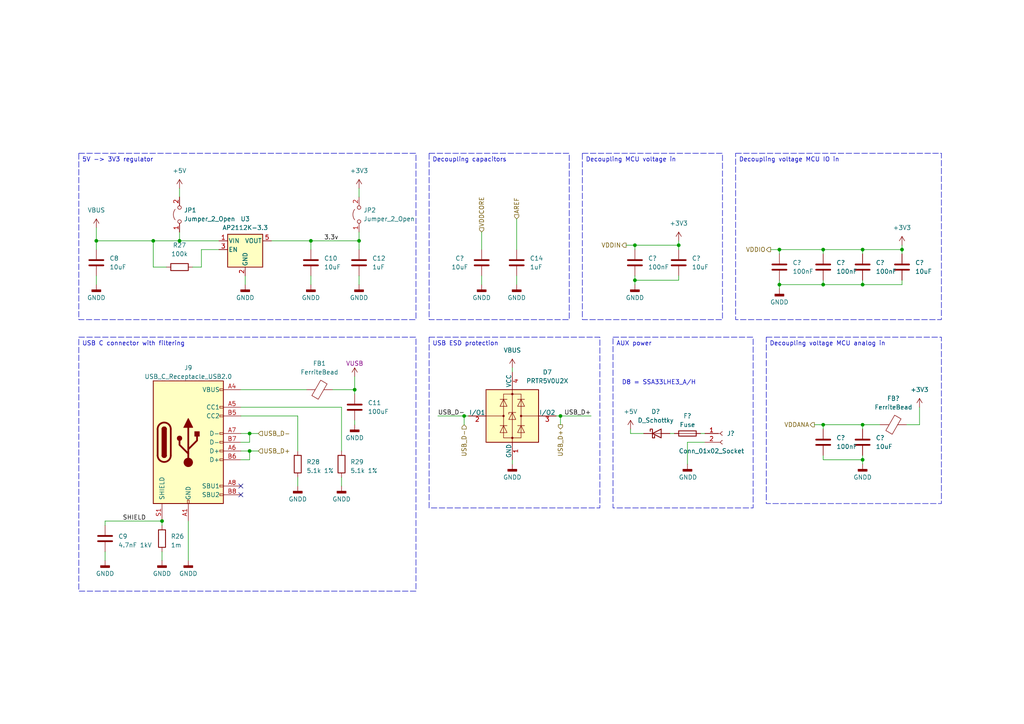
<source format=kicad_sch>
(kicad_sch (version 20230121) (generator eeschema)
  (paper "A4")
  (title_block (title "Led driver board BabySim") (date "23-09-2023") (rev "V1.0") (company "Health Concept Lab") (comment 1 "Author(s): Emiel Visser & Joris Bol"))
  (lib_symbols
    (symbol "Connector:Conn_01x02_Socket" (pin_names (offset 1.016) hide)
      (property "Reference" "J" (at 0 2.54 0))
      (property "Value" "Conn_01x02_Socket" (at 0 -5.08 0))
      (symbol "Conn_01x02_Socket_1_1"
        (arc (start 0 -2.032) (mid -0.5058 -2.54) (end 0 -3.048) (stroke (width 0.1524)))
        (polyline (pts (xy -1.27 -2.54) (xy -0.508 -2.54)) (stroke (width 0.1524)))
        (polyline (pts (xy -1.27 0) (xy -0.508 0)) (stroke (width 0.1524)))
        (arc (start 0 0.508) (mid -0.5058 0) (end 0 -0.508) (stroke (width 0.1524)))
        (pin passive line (at -5.08 0 0) (length 3.81) (name "Pin_1") (number "1"))
        (pin passive line (at -5.08 -2.54 0) (length 3.81) (name "Pin_2") (number "2"))
      )
    )
    (symbol "Connector:USB_C_Receptacle_USB2.0" (pin_names (offset 1.016))
      (property "Reference" "J" (at -10.16 19.05 0))
      (property "Value" "USB_C_Receptacle_USB2.0" (at 19.05 19.05 0))
      (symbol "USB_C_Receptacle_USB2.0_0_0"
        (rectangle (start -0.254 -17.78) (end 0.254 -16.764))
        (rectangle (start 10.16 -14.986) (end 9.144 -15.494))
        (rectangle (start 10.16 -12.446) (end 9.144 -12.954))
        (rectangle (start 10.16 -4.826) (end 9.144 -5.334))
        (rectangle (start 10.16 -2.286) (end 9.144 -2.794))
        (rectangle (start 10.16 0.254) (end 9.144 -0.254))
        (rectangle (start 10.16 2.794) (end 9.144 2.286))
        (rectangle (start 10.16 7.874) (end 9.144 7.366))
        (rectangle (start 10.16 10.414) (end 9.144 9.906))
        (rectangle (start 10.16 15.494) (end 9.144 14.986))
      )
      (symbol "USB_C_Receptacle_USB2.0_0_1"
        (rectangle (start -10.16 17.78) (end 10.16 -17.78) (stroke (width 0.254)) (fill (type background)))
        (arc (start -8.89 -3.81) (mid -6.985 -5.7067) (end -5.08 -3.81) (stroke (width 0.508)))
        (arc (start -7.62 -3.81) (mid -6.985 -4.4423) (end -6.35 -3.81) (stroke (width 0.254)))
        (arc (start -7.62 -3.81) (mid -6.985 -4.4423) (end -6.35 -3.81) (stroke (width 0.254)) (fill (type outline)))
        (rectangle (start -7.62 -3.81) (end -6.35 3.81) (stroke (width 0.254)) (fill (type outline)))
        (arc (start -6.35 3.81) (mid -6.985 4.4423) (end -7.62 3.81) (stroke (width 0.254)))
        (arc (start -6.35 3.81) (mid -6.985 4.4423) (end -7.62 3.81) (stroke (width 0.254)) (fill (type outline)))
        (arc (start -5.08 3.81) (mid -6.985 5.7067) (end -8.89 3.81) (stroke (width 0.508)))
        (circle (center -2.54 1.143) (radius 0.635) (stroke (width 0.254)) (fill (type outline)))
        (circle (center 0 -5.842) (radius 1.27) (fill (type outline)))
        (polyline (pts (xy -8.89 -3.81) (xy -8.89 3.81)) (stroke (width 0.508)))
        (polyline (pts (xy -5.08 3.81) (xy -5.08 -3.81)) (stroke (width 0.508)))
        (polyline (pts (xy 0 -5.842) (xy 0 4.318)) (stroke (width 0.508)))
        (polyline (pts (xy 0 -3.302) (xy -2.54 -0.762) (xy -2.54 0.508)) (stroke (width 0.508)))
        (polyline (pts (xy 0 -2.032) (xy 2.54 0.508) (xy 2.54 1.778)) (stroke (width 0.508)))
        (polyline (pts (xy -1.27 4.318) (xy 0 6.858) (xy 1.27 4.318) (xy -1.27 4.318)) (stroke (width 0.254)) (fill (type outline)))
        (rectangle (start 1.905 1.778) (end 3.175 3.048) (stroke (width 0.254)) (fill (type outline)))
      )
      (symbol "USB_C_Receptacle_USB2.0_1_1"
        (pin passive line (at 0 -22.86 90) (length 5.08) (name "GND") (number "A1"))
        (pin passive line (at 0 -22.86 90) (length 5.08) hide (name "GND") (number "A12"))
        (pin passive line (at 15.24 15.24 180) (length 5.08) (name "VBUS") (number "A4"))
        (pin bidirectional line (at 15.24 10.16 180) (length 5.08) (name "CC1") (number "A5"))
        (pin bidirectional line (at 15.24 -2.54 180) (length 5.08) (name "D+") (number "A6"))
        (pin bidirectional line (at 15.24 2.54 180) (length 5.08) (name "D-") (number "A7"))
        (pin bidirectional line (at 15.24 -12.7 180) (length 5.08) (name "SBU1") (number "A8"))
        (pin passive line (at 15.24 15.24 180) (length 5.08) hide (name "VBUS") (number "A9"))
        (pin passive line (at 0 -22.86 90) (length 5.08) hide (name "GND") (number "B1"))
        (pin passive line (at 0 -22.86 90) (length 5.08) hide (name "GND") (number "B12"))
        (pin passive line (at 15.24 15.24 180) (length 5.08) hide (name "VBUS") (number "B4"))
        (pin bidirectional line (at 15.24 7.62 180) (length 5.08) (name "CC2") (number "B5"))
        (pin bidirectional line (at 15.24 -5.08 180) (length 5.08) (name "D+") (number "B6"))
        (pin bidirectional line (at 15.24 0 180) (length 5.08) (name "D-") (number "B7"))
        (pin bidirectional line (at 15.24 -15.24 180) (length 5.08) (name "SBU2") (number "B8"))
        (pin passive line (at 15.24 15.24 180) (length 5.08) hide (name "VBUS") (number "B9"))
        (pin passive line (at -7.62 -22.86 90) (length 5.08) (name "SHIELD") (number "S1"))
      )
    )
    (symbol "Device:C" (pin_numbers hide) (pin_names (offset 0.254))
      (property "Reference" "C" (at 0.635 2.54 0))
      (property "Value" "C" (at 0.635 -2.54 0))
      (symbol "C_0_1"
        (polyline (pts (xy -2.032 -0.762) (xy 2.032 -0.762)) (stroke (width 0.508)))
        (polyline (pts (xy -2.032 0.762) (xy 2.032 0.762)) (stroke (width 0.508)))
      )
      (symbol "C_1_1"
        (pin passive line (at 0 3.81 270) (length 2.794) (name "~") (number "1"))
        (pin passive line (at 0 -3.81 90) (length 2.794) (name "~") (number "2"))
      )
    )
    (symbol "Device:D_Schottky" (pin_numbers hide) (pin_names (offset 1.016) hide)
      (property "Reference" "D" (at 0 2.54 0))
      (property "Value" "D_Schottky" (at 0 -2.54 0))
      (symbol "D_Schottky_0_1"
        (polyline (pts (xy 1.27 0) (xy -1.27 0)))
        (polyline (pts (xy 1.27 1.27) (xy 1.27 -1.27) (xy -1.27 0) (xy 1.27 1.27)) (stroke (width 0.254)))
        (polyline (pts (xy -1.905 0.635) (xy -1.905 1.27) (xy -1.27 1.27) (xy -1.27 -1.27) (xy -0.635 -1.27) (xy -0.635 -0.635)) (stroke (width 0.254)))
      )
      (symbol "D_Schottky_1_1"
        (pin passive line (at -3.81 0 0) (length 2.54) (name "K") (number "1"))
        (pin passive line (at 3.81 0 180) (length 2.54) (name "A") (number "2"))
      )
    )
    (symbol "Device:FerriteBead" (pin_numbers hide) (pin_names (offset 0))
      (property "Reference" "FB" (at -3.81 0.635 90))
      (property "Value" "FerriteBead" (at 3.81 0 90))
      (symbol "FerriteBead_0_1"
        (polyline (pts (xy 0 -1.27) (xy 0 -1.2192)))
        (polyline (pts (xy 0 1.27) (xy 0 1.2954)))
        (polyline (pts (xy -2.7686 0.4064) (xy -1.7018 2.2606) (xy 2.7686 -0.3048) (xy 1.6764 -2.159) (xy -2.7686 0.4064)))
      )
      (symbol "FerriteBead_1_1"
        (pin passive line (at 0 3.81 270) (length 2.54) (name "~") (number "1"))
        (pin passive line (at 0 -3.81 90) (length 2.54) (name "~") (number "2"))
      )
    )
    (symbol "Device:Fuse" (pin_numbers hide) (pin_names (offset 0))
      (property "Reference" "F" (at 2.032 0 90))
      (property "Value" "Fuse" (at -1.905 0 90))
      (symbol "Fuse_0_1"
        (rectangle (start -0.762 -2.54) (end 0.762 2.54) (stroke (width 0.254)))
        (polyline (pts (xy 0 2.54) (xy 0 -2.54)))
      )
      (symbol "Fuse_1_1"
        (pin passive line (at 0 3.81 270) (length 1.27) (name "~") (number "1"))
        (pin passive line (at 0 -3.81 90) (length 1.27) (name "~") (number "2"))
      )
    )
    (symbol "Device:R" (pin_numbers hide) (pin_names (offset 0))
      (property "Reference" "R" (at 2.032 0 90))
      (property "Value" "R" (at 0 0 90))
      (symbol "R_0_1"
        (rectangle (start -1.016 -2.54) (end 1.016 2.54) (stroke (width 0.254)))
      )
      (symbol "R_1_1"
        (pin passive line (at 0 3.81 270) (length 1.27) (name "~") (number "1"))
        (pin passive line (at 0 -3.81 90) (length 1.27) (name "~") (number "2"))
      )
    )
    (symbol "Jumper:Jumper_2_Open" (pin_names (offset 0) hide)
      (property "Reference" "JP" (at 0 2.794 0))
      (property "Value" "Jumper_2_Open" (at 0 -2.286 0))
      (symbol "Jumper_2_Open_0_0"
        (circle (center -2.032 0) (radius 0.508))
        (circle (center 2.032 0) (radius 0.508))
      )
      (symbol "Jumper_2_Open_0_1"
        (arc (start 1.524 1.27) (mid 0 1.778) (end -1.524 1.27))
      )
      (symbol "Jumper_2_Open_1_1"
        (pin passive line (at -5.08 0 0) (length 2.54) (name "A") (number "1"))
        (pin passive line (at 5.08 0 180) (length 2.54) (name "B") (number "2"))
      )
    )
    (symbol "Power_Protection:PRTR5V0U2X" (pin_names (offset 0))
      (property "Reference" "D" (at 2.794 8.636 0))
      (property "Value" "PRTR5V0U2X" (at 8.128 -9.398 0))
      (symbol "PRTR5V0U2X_0_1"
        (rectangle (start -7.62 -7.62) (end 7.62 7.62) (stroke (width 0.254)) (fill (type background)))
        (circle (center -2.54 0) (radius 0.254) (fill (type outline)))
        (rectangle (start -2.54 6.35) (end 2.54 -6.35))
        (circle (center 0 -6.35) (radius 0.254) (fill (type outline)))
        (polyline (pts (xy -2.54 0) (xy -7.62 0)))
        (polyline (pts (xy -1.524 -2.794) (xy -3.556 -2.794)))
        (polyline (pts (xy -1.524 4.826) (xy -3.556 4.826)))
        (polyline (pts (xy 0 -7.62) (xy 0 7.62)))
        (polyline (pts (xy 1.524 -2.794) (xy 3.556 -2.794)))
        (polyline (pts (xy 1.524 4.826) (xy 3.556 4.826)))
        (polyline (pts (xy 2.54 0) (xy 7.62 0)))
        (polyline (pts (xy 1.016 1.016) (xy -1.016 1.016) (xy -1.016 0.508)))
        (polyline (pts (xy -3.556 -4.826) (xy -1.524 -4.826) (xy -2.54 -2.794) (xy -3.556 -4.826)))
        (polyline (pts (xy -3.556 2.794) (xy -1.524 2.794) (xy -2.54 4.826) (xy -3.556 2.794)))
        (polyline (pts (xy -1.016 -1.016) (xy 1.016 -1.016) (xy 0 1.016) (xy -1.016 -1.016)))
        (polyline (pts (xy 3.556 -4.826) (xy 1.524 -4.826) (xy 2.54 -2.794) (xy 3.556 -4.826)))
        (polyline (pts (xy 3.556 2.794) (xy 1.524 2.794) (xy 2.54 4.826) (xy 3.556 2.794)))
        (circle (center 0 6.35) (radius 0.254) (fill (type outline)))
        (circle (center 2.54 0) (radius 0.254) (fill (type outline)))
      )
      (symbol "PRTR5V0U2X_1_1"
        (pin passive line (at 0 -12.7 90) (length 5.08) (name "GND") (number "1"))
        (pin passive line (at -12.7 0 0) (length 5.08) (name "I/O1") (number "2"))
        (pin passive line (at 12.7 0 180) (length 5.08) (name "I/O2") (number "3"))
        (pin passive line (at 0 12.7 270) (length 5.08) (name "VCC") (number "4"))
      )
    )
    (symbol "Regulator_Linear:AP2112K-3.3" (pin_names (offset 0.254))
      (property "Reference" "U" (at -5.08 5.715 0))
      (property "Value" "AP2112K-3.3" (at 0 5.715 0))
      (symbol "AP2112K-3.3_0_1"
        (rectangle (start -5.08 4.445) (end 5.08 -5.08) (stroke (width 0.254)) (fill (type background)))
      )
      (symbol "AP2112K-3.3_1_1"
        (pin power_in line (at -7.62 2.54 0) (length 2.54) (name "VIN") (number "1"))
        (pin power_in line (at 0 -7.62 90) (length 2.54) (name "GND") (number "2"))
        (pin input line (at -7.62 0 0) (length 2.54) (name "EN") (number "3"))
        (pin no_connect line (at 5.08 0 180) (length 2.54) hide (name "NC") (number "4"))
        (pin power_out line (at 7.62 2.54 180) (length 2.54) (name "VOUT") (number "5"))
      )
    )
    (symbol "power:+3V3" (power) (pin_names (offset 0))
      (property "Value" "+3V3" (at 0 3.556 0))
      (symbol "+3V3_0_1"
        (polyline (pts (xy -0.762 1.27) (xy 0 2.54)))
        (polyline (pts (xy 0 0) (xy 0 2.54)))
        (polyline (pts (xy 0 2.54) (xy 0.762 1.27)))
      )
      (symbol "+3V3_1_1"
        (pin power_in line (at 0 0 90) (length 0) hide (name "+3V3") (number "1"))
      )
    )
    (symbol "power:+5V" (power) (pin_names (offset 0))
      (property "Value" "+5V" (at 0 3.556 0))
      (symbol "+5V_0_1"
        (polyline (pts (xy -0.762 1.27) (xy 0 2.54)))
        (polyline (pts (xy 0 0) (xy 0 2.54)))
        (polyline (pts (xy 0 2.54) (xy 0.762 1.27)))
      )
      (symbol "+5V_1_1"
        (pin power_in line (at 0 0 90) (length 0) hide (name "+5V") (number "1"))
      )
    )
    (symbol "power:GNDD" (power) (pin_names (offset 0))
      (property "Value" "GNDD" (at 0 -3.175 0))
      (symbol "GNDD_0_1"
        (rectangle (start -1.27 -1.524) (end 1.27 -2.032) (stroke (width 0.254)) (fill (type outline)))
        (polyline (pts (xy 0 0) (xy 0 -1.524)))
      )
      (symbol "GNDD_1_1"
        (pin power_in line (at 0 0 270) (length 0) hide (name "GNDD") (number "1"))
      )
    )
    (symbol "power:VBUS" (power) (pin_names (offset 0))
      (property "Value" "VBUS" (at 0 3.81 0))
      (symbol "VBUS_0_1"
        (polyline (pts (xy -0.762 1.27) (xy 0 2.54)))
        (polyline (pts (xy 0 0) (xy 0 2.54)))
        (polyline (pts (xy 0 2.54) (xy 0.762 1.27)))
      )
      (symbol "VBUS_1_1"
        (pin power_in line (at 0 0 90) (length 0) hide (name "VBUS") (number "1"))
      )
    )
  )
  (junction (at 250.19 123.19))
  (junction (at 226.06 72.39))
  (junction (at 90.17 69.85))
  (junction (at 261.62 72.39))
  (junction (at 238.76 123.19))
  (junction (at 52.07 69.85))
  (junction (at 250.19 72.39))
  (junction (at 250.19 133.35))
  (junction (at 44.45 69.85))
  (junction (at 250.19 82.55))
  (junction (at 134.62 120.65))
  (junction (at 162.56 120.65))
  (junction (at 238.76 82.55))
  (junction (at 196.85 71.12))
  (junction (at 46.99 151.13))
  (junction (at 184.15 81.28))
  (junction (at 102.87 113.03))
  (junction (at 184.15 71.12))
  (junction (at 72.39 130.81))
  (junction (at 238.76 72.39))
  (junction (at 104.14 69.85))
  (junction (at 27.94 69.85))
  (junction (at 72.39 125.73))
  (junction (at 226.06 82.55))
  (no_connect (at 69.85 143.51))
  (no_connect (at 69.85 140.97))
  (wire (pts (xy 52.07 54.61) (xy 52.07 57.15)))
  (wire (pts (xy 226.06 83.82) (xy 226.06 82.55)))
  (wire (pts (xy 182.88 124.46) (xy 182.88 125.73)))
  (wire (pts (xy 238.76 124.46) (xy 238.76 123.19)))
  (wire (pts (xy 194.31 125.73) (xy 195.58 125.73)))
  (wire (pts (xy 238.76 72.39) (xy 238.76 73.66)))
  (wire (pts (xy 238.76 81.28) (xy 238.76 82.55)))
  (wire (pts (xy 90.17 69.85) (xy 104.14 69.85)))
  (wire (pts (xy 184.15 81.28) (xy 184.15 82.55)))
  (wire (pts (xy 261.62 71.12) (xy 261.62 72.39)))
  (wire (pts (xy 72.39 130.81) (xy 74.93 130.81)))
  (wire (pts (xy 226.06 81.28) (xy 226.06 82.55)))
  (wire (pts (xy 69.85 125.73) (xy 72.39 125.73)))
  (wire (pts (xy 261.62 82.55) (xy 250.19 82.55)))
  (wire (pts (xy 161.29 120.65) (xy 162.56 120.65)))
  (wire (pts (xy 182.88 125.73) (xy 186.69 125.73)))
  (wire (pts (xy 54.61 151.13) (xy 54.61 162.56)))
  (wire (pts (xy 226.06 72.39) (xy 223.52 72.39)))
  (wire (pts (xy 148.59 106.68) (xy 148.59 107.95)))
  (wire (pts (xy 104.14 54.61) (xy 104.14 57.15)))
  (wire (pts (xy 250.19 72.39) (xy 261.62 72.39)))
  (wire (pts (xy 102.87 113.03) (xy 102.87 114.3)))
  (wire (pts (xy 250.19 133.35) (xy 250.19 132.08)))
  (wire (pts (xy 30.48 152.4) (xy 30.48 151.13)))
  (wire (pts (xy 52.07 69.85) (xy 63.5 69.85)))
  (wire (pts (xy 102.87 113.03) (xy 96.52 113.03)))
  (wire (pts (xy 88.9 113.03) (xy 69.85 113.03)))
  (wire (pts (xy 226.06 72.39) (xy 226.06 73.66)))
  (wire (pts (xy 27.94 80.01) (xy 27.94 82.55)))
  (wire (pts (xy 196.85 80.01) (xy 196.85 81.28)))
  (wire (pts (xy 162.56 120.65) (xy 171.45 120.65)))
  (wire (pts (xy 238.76 82.55) (xy 226.06 82.55)))
  (wire (pts (xy 261.62 73.66) (xy 261.62 72.39)))
  (wire (pts (xy 58.42 77.47) (xy 55.88 77.47)))
  (wire (pts (xy 58.42 72.39) (xy 58.42 77.47)))
  (wire (pts (xy 72.39 133.35) (xy 72.39 130.81)))
  (wire (pts (xy 30.48 160.02) (xy 30.48 162.56)))
  (wire (pts (xy 250.19 123.19) (xy 250.19 124.46)))
  (wire (pts (xy 104.14 80.01) (xy 104.14 82.55)))
  (wire (pts (xy 71.12 80.01) (xy 71.12 82.55)))
  (wire (pts (xy 69.85 118.11) (xy 99.06 118.11)))
  (wire (pts (xy 196.85 81.28) (xy 184.15 81.28)))
  (wire (pts (xy 86.36 120.65) (xy 69.85 120.65)))
  (wire (pts (xy 196.85 71.12) (xy 184.15 71.12)))
  (wire (pts (xy 99.06 138.43) (xy 99.06 140.97)))
  (wire (pts (xy 127 120.65) (xy 134.62 120.65)))
  (wire (pts (xy 203.2 125.73) (xy 204.47 125.73)))
  (wire (pts (xy 226.06 72.39) (xy 238.76 72.39)))
  (wire (pts (xy 104.14 69.85) (xy 104.14 72.39)))
  (wire (pts (xy 250.19 134.62) (xy 250.19 133.35)))
  (wire (pts (xy 250.19 81.28) (xy 250.19 82.55)))
  (wire (pts (xy 63.5 72.39) (xy 58.42 72.39)))
  (wire (pts (xy 90.17 80.01) (xy 90.17 82.55)))
  (wire (pts (xy 99.06 118.11) (xy 99.06 130.81)))
  (wire (pts (xy 52.07 67.31) (xy 52.07 69.85)))
  (wire (pts (xy 46.99 151.13) (xy 46.99 152.4)))
  (wire (pts (xy 261.62 81.28) (xy 261.62 82.55)))
  (wire (pts (xy 44.45 77.47) (xy 44.45 69.85)))
  (wire (pts (xy 196.85 72.39) (xy 196.85 71.12)))
  (wire (pts (xy 86.36 130.81) (xy 86.36 120.65)))
  (wire (pts (xy 78.74 69.85) (xy 90.17 69.85)))
  (wire (pts (xy 30.48 151.13) (xy 46.99 151.13)))
  (wire (pts (xy 149.86 63.5) (xy 149.86 72.39)))
  (wire (pts (xy 238.76 72.39) (xy 250.19 72.39)))
  (wire (pts (xy 27.94 66.04) (xy 27.94 69.85)))
  (wire (pts (xy 134.62 120.65) (xy 135.89 120.65)))
  (wire (pts (xy 238.76 132.08) (xy 238.76 133.35)))
  (wire (pts (xy 236.22 123.19) (xy 238.76 123.19)))
  (wire (pts (xy 69.85 133.35) (xy 72.39 133.35)))
  (wire (pts (xy 149.86 80.01) (xy 149.86 82.55)))
  (wire (pts (xy 196.85 69.85) (xy 196.85 71.12)))
  (wire (pts (xy 204.47 128.27) (xy 199.39 128.27)))
  (wire (pts (xy 69.85 128.27) (xy 72.39 128.27)))
  (wire (pts (xy 102.87 109.22) (xy 102.87 113.03)))
  (wire (pts (xy 250.19 72.39) (xy 250.19 73.66)))
  (wire (pts (xy 27.94 69.85) (xy 44.45 69.85)))
  (wire (pts (xy 46.99 160.02) (xy 46.99 162.56)))
  (wire (pts (xy 148.59 133.35) (xy 148.59 134.62)))
  (wire (pts (xy 44.45 77.47) (xy 48.26 77.47)))
  (wire (pts (xy 184.15 80.01) (xy 184.15 81.28)))
  (wire (pts (xy 266.7 123.19) (xy 266.7 118.11)))
  (wire (pts (xy 86.36 138.43) (xy 86.36 140.97)))
  (wire (pts (xy 72.39 128.27) (xy 72.39 125.73)))
  (wire (pts (xy 262.89 123.19) (xy 266.7 123.19)))
  (wire (pts (xy 27.94 72.39) (xy 27.94 69.85)))
  (wire (pts (xy 139.7 80.01) (xy 139.7 82.55)))
  (wire (pts (xy 102.87 121.92) (xy 102.87 123.19)))
  (wire (pts (xy 184.15 71.12) (xy 184.15 72.39)))
  (wire (pts (xy 238.76 133.35) (xy 250.19 133.35)))
  (wire (pts (xy 238.76 123.19) (xy 250.19 123.19)))
  (wire (pts (xy 69.85 130.81) (xy 72.39 130.81)))
  (wire (pts (xy 104.14 67.31) (xy 104.14 69.85)))
  (wire (pts (xy 134.62 120.65) (xy 134.62 123.19)))
  (wire (pts (xy 139.7 67.31) (xy 139.7 72.39)))
  (wire (pts (xy 44.45 69.85) (xy 52.07 69.85)))
  (wire (pts (xy 238.76 82.55) (xy 250.19 82.55)))
  (wire (pts (xy 181.61 71.12) (xy 184.15 71.12)))
  (wire (pts (xy 255.27 123.19) (xy 250.19 123.19)))
  (wire (pts (xy 199.39 128.27) (xy 199.39 134.62)))
  (wire (pts (xy 72.39 125.73) (xy 74.93 125.73)))
  (wire (pts (xy 162.56 120.65) (xy 162.56 123.19)))
  (wire (pts (xy 90.17 72.39) (xy 90.17 69.85)))
  (text_box "AUX power" (at 177.8 97.79 0) (size 40.64 49.53) (stroke (width 0) (type dash)) (effects (font (size 1.27 1.27)) (justify left top)))
  (text_box "Decoupling voltage MCU analog in" (at 222.25 97.79 0) (size 50.8 48.26) (stroke (width 0) (type dash)) (effects (font (size 1.27 1.27)) (justify left top)))
  (text_box "5V -> 3V3 regulator" (at 22.86 44.45 0) (size 97.79 48.26) (stroke (width 0) (type dash)) (effects (font (size 1.27 1.27)) (justify left top)))
  (text_box "Decoupling MCU voltage in" (at 168.91 44.45 0) (size 40.64 48.26) (stroke (width 0) (type dash)) (effects (font (size 1.27 1.27)) (justify left top)))
  (text_box "USB ESD protection" (at 124.46 97.79 0) (size 49.53 49.53) (stroke (width 0) (type dash)) (effects (font (size 1.27 1.27)) (justify left top)))
  (text_box "Decoupling capacitors" (at 124.46 44.45 0) (size 40.64 48.26) (stroke (width 0) (type dash)) (effects (font (size 1.27 1.27)) (justify left top)))
  (text_box "USB C connector with filtering" (at 22.86 97.79 0) (size 97.79 73.66) (stroke (width 0) (type dash)) (effects (font (size 1.27 1.27)) (justify left top)))
  (text_box "Decoupling voltage MCU IO in" (at 213.36 44.45 0) (size 59.69 48.26) (stroke (width 0) (type dash)) (effects (font (size 1.27 1.27)) (justify left top)))
  (text "D8 = SSA33LHE3_A/H \n" (at 180.34 111.76 0) (effects (font (size 1.27 1.27)) (justify left bottom)))
  (label "USB_D+" (at 171.45 120.65 180))
  (label "USB_D-" (at 127 120.65 0))
  (label "3.3v" (at 93.98 69.85 0))
  (label "SHIELD" (at 35.56 151.13 0))
  (hierarchical_label "VDDANA" (shape output) (at 236.22 123.19 180))
  (hierarchical_label "AREF" (shape input) (at 149.86 63.5 90))
  (hierarchical_label "USB_D+" (shape input) (at 74.93 130.81 0))
  (hierarchical_label "USB_D+" (shape output) (at 162.56 123.19 270))
  (hierarchical_label "VDDIO" (shape output) (at 223.52 72.39 180))
  (hierarchical_label "USB_D-" (shape input) (at 134.62 123.19 270))
  (hierarchical_label "VDDCORE" (shape input) (at 139.7 67.31 90))
  (hierarchical_label "VDDIN" (shape output) (at 181.61 71.12 180))
  (hierarchical_label "USB_D-" (shape input) (at 74.93 125.73 0))
  (symbol (lib_id "Jumper:Jumper_2_Open") (at 52.07 62.23 90) (unit 1)
    (property "Reference" "JP1" (at 53.34 60.96 90) (effects (justify right)))
    (property "Value" "Jumper_2_Open" (at 53.34 63.5 90) (effects (justify right)))
    (property "Footprint" "Jumper:SolderJumper-2_P1.3mm_Open_RoundedPad1.0x1.5mm" (effects hide))
  )
  (symbol (lib_id "Device:C") (at 238.76 128.27 0) (unit 1)
    (property "Reference" "C?" (at 242.57 127 0) (effects (justify left)))
    (property "Value" "100nF" (at 242.57 129.54 0) (effects (justify left)))
    (property "Footprint" "Capacitor_SMD:C_0603_1608Metric_Pad1.08x0.95mm_HandSolder" (effects hide))
    (instances (project "LedDriverBoard_V2" (path "" (reference "C?") (unit 1)) (path "" (reference "C19") (unit 1))))
  )
  (symbol (lib_id "Device:C") (at 261.62 77.47 0) (unit 1)
    (property "Reference" "C?" (at 265.43 76.2 0) (effects (justify left)))
    (property "Value" "10uF" (at 265.43 78.74 0) (effects (justify left)))
    (property "Footprint" "Capacitor_SMD:C_0603_1608Metric_Pad1.08x0.95mm_HandSolder" (effects hide))
    (instances (project "LedDriverBoard_V2" (path "" (reference "C?") (unit 1)) (path "" (reference "C22") (unit 1))))
  )
  (symbol (lib_id "Power_Protection:PRTR5V0U2X") (at 148.59 120.65 0) (unit 1)
    (property "Reference" "D7" (at 158.75 107.95 0))
    (property "Value" "PRTR5V0U2X" (at 158.75 110.49 0))
    (property "Footprint" "Package_TO_SOT_SMD:SOT-143" (effects hide))
    (property "Datasheet" "https://assets.nexperia.com/documents/data-sheet/PRTR5V0U2X.pdf" (effects hide))
    (instances (project "LedDriverBoard_V2" (path "" (reference "D7") (unit 1))) (project "Useless box - Limosaeufer" (path "" (reference "D?") (unit 1))))
  )
  (symbol (lib_id "Regulator_Linear:AP2112K-3.3") (at 71.12 72.39 0) (unit 1)
    (property "Reference" "U3" (at 71.12 63.5 0))
    (property "Value" "AP2112K-3.3" (at 71.12 66.04 0))
    (property "Footprint" "Package_TO_SOT_SMD:SOT-23-5" (effects hide))
    (property "Datasheet" "https://www.diodes.com/assets/Datasheets/AP2112.pdf" (effects hide))
  )
  (symbol (lib_id "Device:C") (at 196.85 76.2 0) (unit 1)
    (property "Reference" "C?" (at 200.66 74.93 0) (effects (justify left)))
    (property "Value" "10uF" (at 200.66 77.47 0) (effects (justify left)))
    (property "Footprint" "Capacitor_SMD:C_0603_1608Metric_Pad1.08x0.95mm_HandSolder" (effects hide))
    (instances (project "LedDriverBoard_V2" (path "" (reference "C?") (unit 1)) (path "" (reference "C16") (unit 1))))
  )
  (symbol (lib_id "power:GNDD") (at 226.06 83.82 0) (unit 1)
    (property "Reference" "#PWR?" (effects hide))
    (property "Value" "GNDD" (at 226.06 87.63 0))
    (instances (project "LedDriverBoard_V2" (path "" (reference "#PWR?") (unit 1)) (path "" (reference "#PWR078") (unit 1))))
  )
  (symbol (lib_id "power:GNDD") (at 71.12 82.55 0) (unit 1)
    (property "Reference" "#PWR062" (effects hide))
    (property "Value" "GNDD" (at 71.12 86.36 0))
  )
  (symbol (lib_id "power:VBUS") (at 102.87 109.22 0) (unit 1)
    (property "Reference" "#PWR066" (effects hide))
    (property "Value" "VBUS" (effects hide))
    (property "refVal" "VUSB" (at 102.87 105.41 0))
    (instances (project "LedDriverBoard_V2" (path "" (reference "#PWR066") (unit 1))) (project "Useless box - Limosaeufer" (path "" (reference "#PWR028") (unit 1))))
  )
  (symbol (lib_id "power:GNDD") (at 102.87 123.19 0) (unit 1)
    (property "Reference" "#PWR067" (effects hide))
    (property "Value" "GNDD" (at 102.87 127 0))
  )
  (symbol (lib_id "Device:R") (at 86.36 134.62 0) (unit 1)
    (property "Reference" "R28" (at 88.9 133.985 0) (effects (justify left)))
    (property "Value" "5.1k 1%" (at 88.9 136.525 0) (effects (justify left)))
    (property "Footprint" "Resistor_SMD:R_0603_1608Metric_Pad0.98x0.95mm_HandSolder" (effects hide))
    (instances (project "LedDriverBoard_V2" (path "" (reference "R28") (unit 1))) (project "Useless box - Limosaeufer" (path "" (reference "R8") (unit 1))))
  )
  (symbol (lib_id "power:GNDD") (at 46.99 162.56 0) (unit 1)
    (property "Reference" "#PWR059" (effects hide))
    (property "Value" "GNDD" (at 46.99 166.37 0))
  )
  (symbol (lib_id "power:GNDD") (at 148.59 134.62 0) (unit 1)
    (property "Reference" "#PWR072" (effects hide))
    (property "Value" "GNDD" (at 148.59 138.43 0))
  )
  (symbol (lib_id "power:VBUS") (at 27.94 66.04 0) (unit 1)
    (property "Reference" "#PWR056" (effects hide))
    (property "Value" "VBUS" (at 27.94 60.96 0))
  )
  (symbol (lib_id "Device:Fuse") (at 199.39 125.73 90) (mirror x) (unit 1)
    (property "Reference" "F?" (at 199.39 120.65 90))
    (property "Value" "Fuse" (at 199.39 123.19 90))
    (property "Footprint" "SamacSys_Parts:0031.7701.11" (effects hide))
    (instances (project "LedDriverBoard_V2" (path "" (reference "F?") (unit 1)) (path "" (reference "F9") (unit 1))))
  )
  (symbol (lib_id "Device:C") (at 250.19 77.47 0) (unit 1)
    (property "Reference" "C?" (at 254 76.2 0) (effects (justify left)))
    (property "Value" "100nF" (at 254 78.74 0) (effects (justify left)))
    (property "Footprint" "Capacitor_SMD:C_0603_1608Metric_Pad1.08x0.95mm_HandSolder" (effects hide))
    (instances (project "LedDriverBoard_V2" (path "" (reference "C?") (unit 1)) (path "" (reference "C20") (unit 1))))
  )
  (symbol (lib_id "power:GNDD") (at 139.7 82.55 0) (unit 1)
    (property "Reference" "#PWR?" (effects hide))
    (property "Value" "GNDD" (at 139.7 86.36 0))
    (instances (project "LedDriverBoard_V2" (path "" (reference "#PWR?") (unit 1)) (path "" (reference "#PWR070") (unit 1))))
  )
  (symbol (lib_id "Device:C") (at 149.86 76.2 0) (unit 1)
    (property "Reference" "C14" (at 153.67 74.93 0) (effects (justify left)))
    (property "Value" "1uF" (at 153.67 77.47 0) (effects (justify left)))
    (property "Footprint" "Capacitor_SMD:C_0603_1608Metric_Pad1.08x0.95mm_HandSolder" (effects hide))
  )
  (symbol (lib_id "Device:R") (at 52.07 77.47 90) (unit 1)
    (property "Reference" "R27" (at 52.07 71.12 90))
    (property "Value" "100k" (at 52.07 73.66 90))
    (property "Footprint" "Resistor_SMD:R_0603_1608Metric_Pad0.98x0.95mm_HandSolder" (effects hide))
  )
  (symbol (lib_id "power:GNDD") (at 27.94 82.55 0) (unit 1)
    (property "Reference" "#PWR057" (effects hide))
    (property "Value" "GNDD" (at 27.94 86.36 0))
  )
  (symbol (lib_id "Device:C") (at 90.17 76.2 0) (unit 1)
    (property "Reference" "C10" (at 93.98 74.93 0) (effects (justify left)))
    (property "Value" "10uF" (at 93.98 77.47 0) (effects (justify left)))
    (property "Footprint" "Capacitor_SMD:C_1206_3216Metric_Pad1.33x1.80mm_HandSolder" (effects hide))
  )
  (symbol (lib_id "power:+3V3") (at 196.85 69.85 0) (unit 1)
    (property "Reference" "#PWR?" (effects hide))
    (property "Value" "+3V3" (at 196.85 64.77 0))
    (instances (project "LedDriverBoard_V2" (path "" (reference "#PWR?") (unit 1)) (path "" (reference "#PWR076") (unit 1))))
  )
  (symbol (lib_id "Device:C") (at 238.76 77.47 0) (unit 1)
    (property "Reference" "C?" (at 242.57 76.2 0) (effects (justify left)))
    (property "Value" "100nF" (at 242.57 78.74 0) (effects (justify left)))
    (property "Footprint" "Capacitor_SMD:C_0603_1608Metric_Pad1.08x0.95mm_HandSolder" (effects hide))
    (instances (project "LedDriverBoard_V2" (path "" (reference "C?") (unit 1)) (path "" (reference "C18") (unit 1))))
  )
  (symbol (lib_id "Device:C") (at 30.48 156.21 0) (unit 1)
    (property "Reference" "C9" (at 34.29 155.575 0) (effects (justify left)))
    (property "Value" "4.7nF 1kV" (at 34.29 158.115 0) (effects (justify left)))
    (property "Footprint" "Capacitor_SMD:C_0805_2012Metric_Pad1.18x1.45mm_HandSolder" (effects hide))
    (instances (project "LedDriverBoard_V2" (path "" (reference "C9") (unit 1))) (project "Useless box - Limosaeufer" (path "" (reference "C12") (unit 1))))
  )
  (symbol (lib_id "power:GNDD") (at 199.39 134.62 0) (unit 1)
    (property "Reference" "#PWR?" (effects hide))
    (property "Value" "GNDD" (at 196.85 138.43 0) (effects (justify left)))
    (instances (project "LedDriverBoard_V2" (path "" (reference "#PWR?") (unit 1)) (path "" (reference "#PWR077") (unit 1))))
  )
  (symbol (lib_id "Device:FerriteBead") (at 92.71 113.03 90) (unit 1)
    (property "Reference" "FB1" (at 92.6592 105.41 90))
    (property "Value" "FerriteBead" (at 92.6592 107.95 90))
    (property "Footprint" "Inductor_SMD:L_0805_2012Metric_Pad1.15x1.40mm_HandSolder" (effects hide))
  )
  (symbol (lib_id "power:GNDD") (at 149.86 82.55 0) (unit 1)
    (property "Reference" "#PWR073" (effects hide))
    (property "Value" "GNDD" (at 149.86 86.36 0))
  )
  (symbol (lib_id "Device:FerriteBead") (at 259.08 123.19 270) (unit 1)
    (property "Reference" "FB?" (at 259.1308 115.57 90))
    (property "Value" "FerriteBead" (at 259.1308 118.11 90))
    (property "Footprint" "Inductor_SMD:L_0805_2012Metric_Pad1.15x1.40mm_HandSolder" (effects hide))
    (instances (project "LedDriverBoard_V2" (path "" (reference "FB?") (unit 1)) (path "" (reference "FB2") (unit 1))))
  )
  (symbol (lib_id "power:+5V") (at 182.88 124.46 0) (unit 1)
    (property "Reference" "#PWR?" (effects hide))
    (property "Value" "+5V" (at 182.88 119.38 0))
    (instances (project "LedDriverBoard_V2" (path "" (reference "#PWR?") (unit 1)) (path "" (reference "#PWR074") (unit 1))))
  )
  (symbol (lib_id "power:GNDD") (at 99.06 140.97 0) (unit 1)
    (property "Reference" "#PWR065" (effects hide))
    (property "Value" "GNDD" (at 99.06 144.78 0))
  )
  (symbol (lib_id "power:GNDD") (at 184.15 82.55 0) (unit 1)
    (property "Reference" "#PWR?" (effects hide))
    (property "Value" "GNDD" (at 184.15 86.36 0))
    (instances (project "LedDriverBoard_V2" (path "" (reference "#PWR?") (unit 1)) (path "" (reference "#PWR075") (unit 1))))
  )
  (symbol (lib_id "Jumper:Jumper_2_Open") (at 104.14 62.23 90) (unit 1)
    (property "Reference" "JP2" (at 105.41 60.96 90) (effects (justify right)))
    (property "Value" "Jumper_2_Open" (at 105.41 63.5 90) (effects (justify right)))
    (property "Footprint" "Jumper:SolderJumper-2_P1.3mm_Open_RoundedPad1.0x1.5mm" (effects hide))
  )
  (symbol (lib_id "Device:C") (at 102.87 118.11 0) (unit 1)
    (property "Reference" "C11" (at 106.68 116.84 0) (effects (justify left)))
    (property "Value" "100uF" (at 106.68 119.38 0) (effects (justify left)))
    (property "Footprint" "Capacitor_SMD:C_0805_2012Metric_Pad1.18x1.45mm_HandSolder" (effects hide))
  )
  (symbol (lib_id "power:VBUS") (at 148.59 106.68 0) (unit 1)
    (property "Reference" "#PWR071" (effects hide))
    (property "Value" "VBUS" (at 148.59 101.6 0))
  )
  (symbol (lib_id "power:+5V") (at 52.07 54.61 0) (unit 1)
    (property "Reference" "#PWR060" (effects hide))
    (property "Value" "+5V" (at 52.07 49.53 0))
  )
  (symbol (lib_id "power:GNDD") (at 86.36 140.97 0) (unit 1)
    (property "Reference" "#PWR063" (effects hide))
    (property "Value" "GNDD" (at 86.36 144.78 0))
  )
  (symbol (lib_id "Connector:Conn_01x02_Socket") (at 209.55 125.73 0) (unit 1)
    (property "Reference" "J?" (at 210.82 125.73 0) (effects (justify left)))
    (property "Value" "Conn_01x02_Socket" (at 196.85 130.81 0) (effects (justify left)))
    (property "Footprint" "TerminalBlock_Phoenix:TerminalBlock_Phoenix_PT-1,5-2-3.5-H_1x02_P3.50mm_Horizontal" (effects hide))
    (instances (project "LedDriverBoard_V2" (path "" (reference "J?") (unit 1)) (path "" (reference "J10") (unit 1))))
  )
  (symbol (lib_id "Connector:USB_C_Receptacle_USB2.0") (at 54.61 128.27 0) (unit 1)
    (property "Reference" "J9" (at 54.61 106.68 0))
    (property "Value" "USB_C_Receptacle_USB2.0" (at 54.61 109.22 0))
    (property "Footprint" "Connector_USB:USB_C_Receptacle_HRO_TYPE-C-31-M-12" (effects hide))
    (property "Datasheet" "https://www.usb.org/sites/default/files/documents/usb_type-c.zip" (effects hide))
    (instances (project "LedDriverBoard_V2" (path "" (reference "J9") (unit 1))) (project "Useless box - Limosaeufer" (path "" (reference "J6") (unit 1))))
  )
  (symbol (lib_id "power:GNDD") (at 104.14 82.55 0) (unit 1)
    (property "Reference" "#PWR069" (effects hide))
    (property "Value" "GNDD" (at 104.14 86.36 0))
  )
  (symbol (lib_id "power:GNDD") (at 30.48 162.56 0) (unit 1)
    (property "Reference" "#PWR058" (effects hide))
    (property "Value" "GNDD" (at 30.48 166.37 0))
  )
  (symbol (lib_id "power:+3V3") (at 104.14 54.61 0) (unit 1)
    (property "Reference" "#PWR068" (effects hide))
    (property "Value" "+3V3" (at 104.14 49.53 0))
  )
  (symbol (lib_id "Device:C") (at 226.06 77.47 0) (unit 1)
    (property "Reference" "C?" (at 229.87 76.2 0) (effects (justify left)))
    (property "Value" "100nF" (at 229.87 78.74 0) (effects (justify left)))
    (property "Footprint" "Capacitor_SMD:C_0603_1608Metric_Pad1.08x0.95mm_HandSolder" (effects hide))
    (instances (project "LedDriverBoard_V2" (path "" (reference "C?") (unit 1)) (path "" (reference "C17") (unit 1))))
  )
  (symbol (lib_id "Device:D_Schottky") (at 190.5 125.73 0) (unit 1)
    (property "Reference" "D?" (at 190.1825 119.38 0))
    (property "Value" "D_Schottky" (at 190.1825 121.92 0))
    (property "Footprint" "SamacSys_Parts:DIOM5127X229N" (effects hide))
    (instances (project "LedDriverBoard_V2" (path "" (reference "D?") (unit 1)) (path "" (reference "D8") (unit 1))))
  )
  (symbol (lib_id "power:+3V3") (at 266.7 118.11 0) (unit 1)
    (property "Reference" "#PWR?" (effects hide))
    (property "Value" "+3V3" (at 266.7 113.03 0))
    (instances (project "LedDriverBoard_V2" (path "" (reference "#PWR?") (unit 1)) (path "" (reference "#PWR081") (unit 1))))
  )
  (symbol (lib_id "Device:C") (at 104.14 76.2 0) (unit 1)
    (property "Reference" "C12" (at 107.95 74.93 0) (effects (justify left)))
    (property "Value" "1uF" (at 107.95 77.47 0) (effects (justify left)))
    (property "Footprint" "Capacitor_SMD:C_1206_3216Metric_Pad1.33x1.80mm_HandSolder" (effects hide))
  )
  (symbol (lib_id "Device:R") (at 99.06 134.62 0) (unit 1)
    (property "Reference" "R29" (at 101.6 133.985 0) (effects (justify left)))
    (property "Value" "5.1k 1%" (at 101.6 136.525 0) (effects (justify left)))
    (property "Footprint" "Resistor_SMD:R_0603_1608Metric_Pad0.98x0.95mm_HandSolder" (effects hide))
    (instances (project "LedDriverBoard_V2" (path "" (reference "R29") (unit 1))) (project "Useless box - Limosaeufer" (path "" (reference "R9") (unit 1))))
  )
  (symbol (lib_id "power:GNDD") (at 250.19 134.62 0) (unit 1)
    (property "Reference" "#PWR?" (effects hide))
    (property "Value" "GNDD" (at 250.19 138.43 0))
    (instances (project "LedDriverBoard_V2" (path "" (reference "#PWR?") (unit 1)) (path "" (reference "#PWR079") (unit 1))))
  )
  (symbol (lib_id "power:+3V3") (at 261.62 71.12 0) (unit 1)
    (property "Reference" "#PWR?" (effects hide))
    (property "Value" "+3V3" (at 261.62 66.04 0))
    (instances (project "LedDriverBoard_V2" (path "" (reference "#PWR?") (unit 1)) (path "" (reference "#PWR080") (unit 1))))
  )
  (symbol (lib_id "power:GNDD") (at 54.61 162.56 0) (unit 1)
    (property "Reference" "#PWR061" (effects hide))
    (property "Value" "GNDD" (at 54.61 166.37 0))
  )
  (symbol (lib_id "Device:C") (at 184.15 76.2 0) (unit 1)
    (property "Reference" "C?" (at 187.96 74.93 0) (effects (justify left)))
    (property "Value" "100nF" (at 187.96 77.47 0) (effects (justify left)))
    (property "Footprint" "Capacitor_SMD:C_0603_1608Metric_Pad1.08x0.95mm_HandSolder" (effects hide))
    (instances (project "LedDriverBoard_V2" (path "" (reference "C?") (unit 1)) (path "" (reference "C15") (unit 1))))
  )
  (symbol (lib_id "Device:C") (at 139.7 76.2 180) (unit 1)
    (property "Reference" "C?" (at 133.35 74.93 0))
    (property "Value" "10uF" (at 133.35 77.47 0))
    (property "Footprint" "Capacitor_SMD:C_0603_1608Metric_Pad1.08x0.95mm_HandSolder" (effects hide))
    (instances (project "LedDriverBoard_V2" (path "" (reference "C?") (unit 1)) (path "" (reference "C13") (unit 1))))
  )
  (symbol (lib_id "Device:C") (at 250.19 128.27 0) (unit 1)
    (property "Reference" "C?" (at 254 127 0) (effects (justify left)))
    (property "Value" "10uF" (at 254 129.54 0) (effects (justify left)))
    (property "Footprint" "Capacitor_SMD:C_0603_1608Metric_Pad1.08x0.95mm_HandSolder" (effects hide))
    (instances (project "LedDriverBoard_V2" (path "" (reference "C?") (unit 1)) (path "" (reference "C21") (unit 1))))
  )
  (symbol (lib_id "Device:C") (at 27.94 76.2 0) (unit 1)
    (property "Reference" "C8" (at 31.75 74.93 0) (effects (justify left)))
    (property "Value" "10uF" (at 31.75 77.47 0) (effects (justify left)))
    (property "Footprint" "Capacitor_SMD:C_1206_3216Metric_Pad1.33x1.80mm_HandSolder" (effects hide))
  )
  (symbol (lib_id "power:GNDD") (at 90.17 82.55 0) (unit 1)
    (property "Reference" "#PWR064" (effects hide))
    (property "Value" "GNDD" (at 90.17 86.36 0))
  )
  (symbol (lib_id "Device:R") (at 46.99 156.21 0) (unit 1)
    (property "Reference" "R26" (at 49.53 155.575 0) (effects (justify left)))
    (property "Value" "1m" (at 49.53 158.115 0) (effects (justify left)))
    (property "Footprint" "Resistor_SMD:R_0603_1608Metric_Pad0.98x0.95mm_HandSolder" (effects hide))
    (instances (project "LedDriverBoard_V2" (path "" (reference "R26") (unit 1))) (project "Useless box - Limosaeufer" (path "" (reference "R7") (unit 1))))
  )
)
</source>
